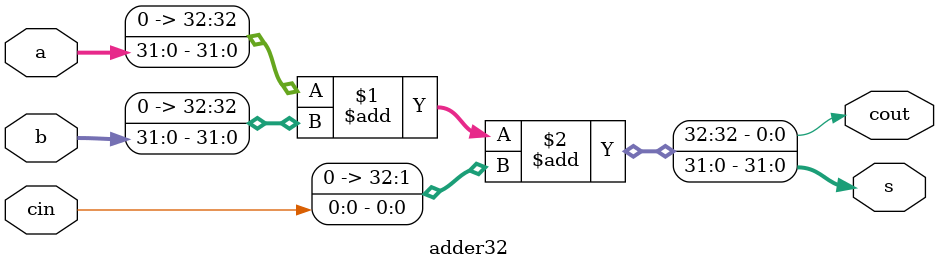
<source format=sv>
module adder32 (
    input logic[31:0] a,
    input logic[31:0] b,
    input logic cin,
    output logic[31:0] s,
    output logic cout
);

assign {cout, s} = {1'b0, a} + {1'b0, b} + {{32{1'b0}}, cin};
    
endmodule

</source>
